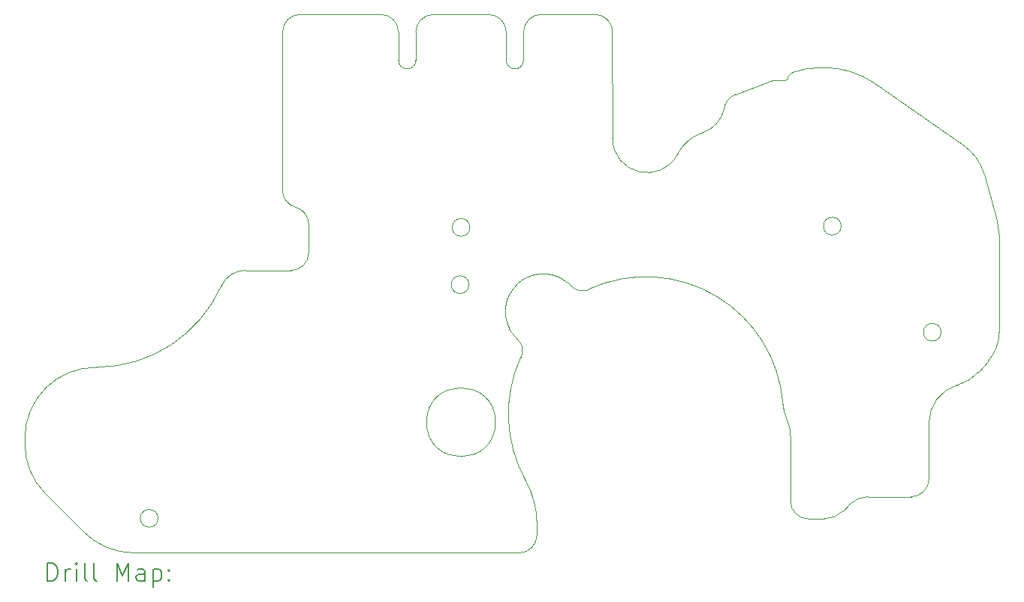
<source format=gbr>
%TF.GenerationSoftware,KiCad,Pcbnew,8.0.2*%
%TF.CreationDate,2025-05-18T15:38:27-07:00*%
%TF.ProjectId,PGS_Main_Board,5047535f-4d61-4696-9e5f-426f6172642e,rev?*%
%TF.SameCoordinates,Original*%
%TF.FileFunction,Drillmap*%
%TF.FilePolarity,Positive*%
%FSLAX45Y45*%
G04 Gerber Fmt 4.5, Leading zero omitted, Abs format (unit mm)*
G04 Created by KiCad (PCBNEW 8.0.2) date 2025-05-18 15:38:27*
%MOMM*%
%LPD*%
G01*
G04 APERTURE LIST*
%ADD10C,0.100000*%
%ADD11C,0.200000*%
G04 APERTURE END LIST*
D10*
X7686162Y-4973618D02*
X7687583Y-4975212D01*
X3390380Y-7416593D02*
G75*
G02*
X2824683Y-7182272I0J800013D01*
G01*
X5265379Y-1336134D02*
X6173240Y-1336134D01*
X8385900Y-4442821D02*
X8382541Y-4441564D01*
X7783564Y-1854650D02*
G75*
G02*
X7588564Y-1853457I-97504J0D01*
G01*
X2159000Y-6121400D02*
G75*
G02*
X2959000Y-5321400I800000J0D01*
G01*
X5360857Y-4026205D02*
X5360857Y-3708031D01*
X9521203Y-2912833D02*
G75*
G02*
X8787686Y-2734062I-344973J178773D01*
G01*
X11457601Y-6870832D02*
G75*
G02*
X11670862Y-6782963I212139J-212138D01*
G01*
X8382541Y-4441564D02*
X8372703Y-4437615D01*
X8363403Y-4433250D01*
X8353966Y-4428032D01*
X8347647Y-4423884D01*
X7666233Y-4950054D02*
X7667407Y-4951438D01*
X6568244Y-1854650D02*
G75*
G02*
X6373244Y-1853433I-97504J0D01*
G01*
X7388560Y-1336134D02*
G75*
G02*
X7588556Y-1536134I0J-199996D01*
G01*
X5213118Y-3513155D02*
G75*
G02*
X5065394Y-3322767I52262J193055D01*
G01*
X7616040Y-4507365D02*
X7621887Y-4495206D01*
X7628207Y-4483149D01*
X7634987Y-4471216D01*
X7642213Y-4459431D01*
X7649873Y-4447817D01*
X7657954Y-4436396D01*
X7666443Y-4425192D01*
X7675328Y-4414228D01*
X7684596Y-4403527D01*
X7694233Y-4393111D01*
X7700858Y-4386338D01*
X10737658Y-2075262D02*
X10746843Y-2070895D01*
X10750302Y-2068277D01*
X12154003Y-6782960D02*
X11670862Y-6782960D01*
X12978351Y-3139662D02*
X13125504Y-3661795D01*
X12355013Y-5948230D02*
X12355083Y-6582960D01*
X10045000Y-2409000D02*
G75*
G02*
X10172278Y-2239350I200070J-17530D01*
G01*
X13147995Y-3824530D02*
X13147996Y-4920450D01*
X2959000Y-5321400D02*
X2969618Y-5320835D01*
X11171209Y-7032960D02*
X10995480Y-7032960D01*
X5065379Y-1536134D02*
G75*
G02*
X5265379Y-1336134I200000J0D01*
G01*
X10751527Y-5902102D02*
X10752519Y-5904962D01*
X8265957Y-4352888D02*
X8268525Y-4354950D01*
X10995480Y-7032960D02*
G75*
G02*
X10795473Y-6834116I0J200010D01*
G01*
X5065394Y-3322767D02*
X5065379Y-1536134D01*
X12493134Y-4925334D02*
G75*
G02*
X12293134Y-4925334I-100000J0D01*
G01*
X12293134Y-4925334D02*
G75*
G02*
X12493134Y-4925334I100000J0D01*
G01*
X7734659Y-7416593D02*
X3390380Y-7416593D01*
X13147996Y-4920450D02*
G75*
G02*
X13023116Y-5251030I-499996J0D01*
G01*
X7666233Y-4950054D02*
X7659289Y-4940900D01*
X7652446Y-4931316D01*
X7645752Y-4921366D01*
X7640323Y-4912840D01*
X7635060Y-4904137D01*
X7630988Y-4897073D01*
X7807673Y-6600647D02*
G75*
G02*
X7751041Y-5208414I1355104J752390D01*
G01*
X11173242Y-1936529D02*
G75*
G02*
X11744343Y-2114308I2048J-999621D01*
G01*
X11365621Y-3726969D02*
G75*
G02*
X11165621Y-3726969I-100000J0D01*
G01*
X11165621Y-3726969D02*
G75*
G02*
X11365621Y-3726969I100000J0D01*
G01*
X12355013Y-5948230D02*
G75*
G02*
X12671401Y-5523818I444207J-1010D01*
G01*
X8518741Y-4438738D02*
X8508191Y-4442825D01*
X8496787Y-4446356D01*
X8486914Y-4448798D01*
X8476946Y-4450718D01*
X8465181Y-4452249D01*
X8457638Y-4452751D01*
X13125504Y-3661795D02*
G75*
G02*
X13147995Y-3824530I-577494J-162735D01*
G01*
X7686162Y-4973618D02*
X7679480Y-4966096D01*
X7672885Y-4958250D01*
X7667407Y-4951438D01*
X2393316Y-6750909D02*
X2824681Y-7182274D01*
X10751527Y-5902102D02*
G75*
G02*
X10708987Y-5736631I455643J205342D01*
G01*
X10795473Y-6834116D02*
X10795434Y-6107625D01*
X8314060Y-4396668D02*
X8312067Y-4395031D01*
X7702429Y-4384543D02*
X7712241Y-4375124D01*
X7722442Y-4365975D01*
X7733012Y-4357112D01*
X7743934Y-4348552D01*
X7755189Y-4340310D01*
X7766758Y-4332402D01*
X7778623Y-4324846D01*
X7790764Y-4317656D01*
X7803164Y-4310849D01*
X7815803Y-4304440D01*
X7824353Y-4300398D01*
X10761956Y-2048677D02*
X10764691Y-2038810D01*
X10768605Y-2029497D01*
X10771764Y-2024175D01*
X8060716Y-4265534D02*
X8063679Y-4266227D01*
X8063679Y-4266227D02*
X8077097Y-4268272D01*
X8090485Y-4270790D01*
X8103827Y-4273775D01*
X8117107Y-4277223D01*
X8130309Y-4281129D01*
X8143418Y-4285488D01*
X8156419Y-4290295D01*
X8169295Y-4295544D01*
X8182031Y-4301232D01*
X8194612Y-4307352D01*
X8207022Y-4313900D01*
X8219245Y-4320872D01*
X8231266Y-4328261D01*
X8243068Y-4336063D01*
X8254637Y-4344274D01*
X8265957Y-4352888D01*
X10790613Y-2003470D02*
X10799054Y-1997868D01*
X10808181Y-1993390D01*
X10808626Y-1993224D01*
X8782224Y-1489711D02*
X8787686Y-2734062D01*
X7629693Y-4894842D02*
X7630988Y-4897073D01*
X6173240Y-1336134D02*
G75*
G02*
X6373244Y-1537012I0J-200006D01*
G01*
X10808626Y-1993224D02*
G75*
G02*
X11137331Y-1936075I333264J-942956D01*
G01*
X2158999Y-6185217D02*
X2159000Y-6121400D01*
X3661914Y-7026416D02*
G75*
G02*
X3461914Y-7026416I-100000J0D01*
G01*
X3461914Y-7026416D02*
G75*
G02*
X3661914Y-7026416I100000J0D01*
G01*
X7807673Y-6600647D02*
X7808430Y-6602078D01*
X7751096Y-5055848D02*
X7755423Y-5066252D01*
X7759098Y-5076838D01*
X7762113Y-5087531D01*
X7764455Y-5098259D01*
X7766117Y-5108950D01*
X7767088Y-5119531D01*
X7767280Y-5123717D01*
X5213118Y-3513155D02*
G75*
G02*
X5360857Y-3708031I-52268J-193065D01*
G01*
X11457601Y-6870832D02*
X11383342Y-6945091D01*
X7767396Y-5125555D02*
X7767465Y-5136175D01*
X7766937Y-5146572D01*
X7765830Y-5156520D01*
X7764162Y-5165793D01*
X7588564Y-1536134D02*
X7588564Y-1853457D01*
X4644748Y-4226243D02*
X5160858Y-4226206D01*
X7708237Y-4996322D02*
X7709551Y-4997548D01*
X7467097Y-5941206D02*
G75*
G02*
X6689710Y-5941206I-388693J0D01*
G01*
X6689710Y-5941206D02*
G75*
G02*
X7467097Y-5941206I388693J0D01*
G01*
X10771764Y-2024175D02*
X10777764Y-2016014D01*
X10784688Y-2008480D01*
X10790613Y-2003470D01*
X7751684Y-5206492D02*
X7751041Y-5208414D01*
X8522920Y-4436491D02*
G75*
G02*
X10708539Y-5733713I639857J-1411765D01*
G01*
X7168080Y-4387829D02*
G75*
G02*
X6968080Y-4387829I-100000J0D01*
G01*
X6968080Y-4387829D02*
G75*
G02*
X7168080Y-4387829I100000J0D01*
G01*
X2393316Y-6750909D02*
G75*
G02*
X2159001Y-6185217I565694J565689D01*
G01*
X12355083Y-6582960D02*
G75*
G02*
X12154003Y-6782960I-200003J0D01*
G01*
X10545208Y-2095215D02*
X10555541Y-2091436D01*
X10566014Y-2088081D01*
X10576614Y-2085153D01*
X10587326Y-2082657D01*
X10593493Y-2081426D01*
X7579701Y-4743885D02*
X7577949Y-4729211D01*
X7576734Y-4714452D01*
X7576052Y-4699629D01*
X7575903Y-4684760D01*
X7576284Y-4669865D01*
X7577193Y-4654964D01*
X7578628Y-4640075D01*
X7580588Y-4625219D01*
X7583070Y-4610413D01*
X7586073Y-4595678D01*
X7589595Y-4581033D01*
X7593634Y-4566498D01*
X7598187Y-4552091D01*
X7603253Y-4537831D01*
X7608831Y-4523739D01*
X7614918Y-4509834D01*
X9523057Y-2908887D02*
X9521203Y-2912833D01*
X7708237Y-4996322D02*
X7700811Y-4989072D01*
X7693575Y-4981638D01*
X7687583Y-4975212D01*
X7702429Y-4384543D02*
X7700858Y-4386338D01*
X4373637Y-4403589D02*
X4375716Y-4400325D01*
X10750302Y-2068277D02*
X10756986Y-2060751D01*
X10759308Y-2056999D01*
X10593493Y-2081426D02*
X10604346Y-2079617D01*
X10615259Y-2078251D01*
X10626216Y-2077328D01*
X10637205Y-2076850D01*
X10643493Y-2076777D01*
X12746263Y-2815363D02*
G75*
G02*
X12978351Y-3139662I-344143J-491487D01*
G01*
X9781120Y-2677775D02*
X9807052Y-2669095D01*
X7709551Y-4997548D02*
X7717505Y-5005531D01*
X7724926Y-5013935D01*
X7731779Y-5022702D01*
X7738030Y-5031774D01*
X7743644Y-5041093D01*
X7748586Y-5050601D01*
X7750366Y-5054445D01*
X7616040Y-4507365D02*
X7614918Y-4509834D01*
X7984050Y-1336134D02*
X8587690Y-1336134D01*
X7934659Y-7088414D02*
X7934659Y-7216590D01*
X6568244Y-1536130D02*
G75*
G02*
X6768240Y-1336134I199996J0D01*
G01*
X10727353Y-2076777D02*
X10737280Y-2075436D01*
X10737658Y-2075262D01*
X8347647Y-4423884D02*
X8344613Y-4422372D01*
X7750366Y-5054445D02*
X7751096Y-5055848D01*
X12678170Y-5521922D02*
X12671401Y-5523818D01*
X8344613Y-4422372D02*
X8335927Y-4416275D01*
X8327802Y-4409844D01*
X8319588Y-4402425D01*
X8314060Y-4396668D01*
X10752519Y-5904962D02*
G75*
G02*
X10795434Y-6107625I-457049J-202658D01*
G01*
X7763994Y-5167925D02*
X7761637Y-5178282D01*
X7758752Y-5188298D01*
X7755411Y-5197770D01*
X7751684Y-5206492D01*
X10759308Y-2056999D02*
X10761956Y-2048677D01*
X10045000Y-2409000D02*
G75*
G02*
X9807052Y-2669095I-352670J83750D01*
G01*
X11383342Y-6945091D02*
G75*
G02*
X11171209Y-7032960I-212132J212131D01*
G01*
X10708538Y-5733713D02*
X10708987Y-5736631D01*
X11137331Y-1936075D02*
X11173242Y-1936529D01*
X4375716Y-4400325D02*
G75*
G02*
X4644748Y-4226243I272294J-125885D01*
G01*
X6768240Y-1336134D02*
X7388560Y-1336134D01*
X7934659Y-7216590D02*
G75*
G02*
X7734659Y-7416589I-199999J0D01*
G01*
X8457638Y-4452751D02*
X8453230Y-4452869D01*
X7827233Y-4299119D02*
X7840632Y-4293257D01*
X7854284Y-4287877D01*
X7868170Y-4282983D01*
X7882268Y-4278580D01*
X7896559Y-4274671D01*
X7911023Y-4271260D01*
X7925639Y-4268353D01*
X7940387Y-4265953D01*
X7955247Y-4264064D01*
X7970200Y-4262692D01*
X7985224Y-4261840D01*
X8000300Y-4261512D01*
X8015407Y-4261713D01*
X8030526Y-4262448D01*
X8045635Y-4263720D01*
X8060716Y-4265534D01*
X7824353Y-4300398D02*
X7827233Y-4299119D01*
X7178404Y-3741206D02*
G75*
G02*
X6978404Y-3741206I-100000J0D01*
G01*
X6978404Y-3741206D02*
G75*
G02*
X7178404Y-3741206I100000J0D01*
G01*
X11744343Y-2114308D02*
X12746263Y-2815363D01*
X12917023Y-5371427D02*
G75*
G02*
X12678169Y-5521921I-375123J330577D01*
G01*
X4373637Y-4403589D02*
G75*
G02*
X2969618Y-5320835I-1414637J632190D01*
G01*
X7579701Y-4743885D02*
X7580053Y-4746197D01*
X12917023Y-5371427D02*
X13023116Y-5251030D01*
X9523057Y-2908887D02*
G75*
G02*
X9781120Y-2677775I442084J-234003D01*
G01*
X7629693Y-4894842D02*
X7622869Y-4882180D01*
X7616461Y-4869184D01*
X7610482Y-4855877D01*
X7604941Y-4842285D01*
X7599851Y-4828432D01*
X7595222Y-4814342D01*
X7591066Y-4800042D01*
X7587394Y-4785554D01*
X7584217Y-4770905D01*
X7582380Y-4761061D01*
X7580771Y-4751163D01*
X7580053Y-4746197D01*
X7783564Y-1536130D02*
G75*
G02*
X7984050Y-1336134I199996J0D01*
G01*
X8453230Y-4452869D02*
X8441968Y-4452937D01*
X8430822Y-4452350D01*
X8419901Y-4451139D01*
X8409312Y-4449340D01*
X8399164Y-4446985D01*
X8389563Y-4444109D01*
X8385900Y-4442821D01*
X6373244Y-1537012D02*
X6373244Y-1853433D01*
X8522920Y-4436491D02*
X8518741Y-4438738D01*
X10643493Y-2076777D02*
X10727353Y-2076777D01*
X7764162Y-5165793D02*
X7763994Y-5167925D01*
X7783564Y-1854650D02*
X7783564Y-1536130D01*
X10172278Y-2239350D02*
X10545208Y-2095215D01*
X7767280Y-5123717D02*
X7767396Y-5125555D01*
X8587690Y-1336134D02*
G75*
G02*
X8782224Y-1489711I0J-199996D01*
G01*
X5360857Y-4026205D02*
G75*
G02*
X5160858Y-4226206I-200001J0D01*
G01*
X6568244Y-1854650D02*
X6568244Y-1536130D01*
X8268525Y-4354950D02*
X8276480Y-4361404D01*
X8284648Y-4368444D01*
X8292925Y-4375984D01*
X8301205Y-4383937D01*
X8309382Y-4392215D01*
X8312067Y-4395031D01*
X7808430Y-6602078D02*
G75*
G02*
X7934657Y-7088414I-873770J-486332D01*
G01*
D11*
X2414775Y-7733077D02*
X2414775Y-7533077D01*
X2414775Y-7533077D02*
X2462394Y-7533077D01*
X2462394Y-7533077D02*
X2490966Y-7542601D01*
X2490966Y-7542601D02*
X2510014Y-7561648D01*
X2510014Y-7561648D02*
X2519537Y-7580696D01*
X2519537Y-7580696D02*
X2529061Y-7618791D01*
X2529061Y-7618791D02*
X2529061Y-7647363D01*
X2529061Y-7647363D02*
X2519537Y-7685458D01*
X2519537Y-7685458D02*
X2510014Y-7704505D01*
X2510014Y-7704505D02*
X2490966Y-7723553D01*
X2490966Y-7723553D02*
X2462394Y-7733077D01*
X2462394Y-7733077D02*
X2414775Y-7733077D01*
X2614775Y-7733077D02*
X2614775Y-7599744D01*
X2614775Y-7637839D02*
X2624299Y-7618791D01*
X2624299Y-7618791D02*
X2633823Y-7609267D01*
X2633823Y-7609267D02*
X2652871Y-7599744D01*
X2652871Y-7599744D02*
X2671918Y-7599744D01*
X2738585Y-7733077D02*
X2738585Y-7599744D01*
X2738585Y-7533077D02*
X2729061Y-7542601D01*
X2729061Y-7542601D02*
X2738585Y-7552125D01*
X2738585Y-7552125D02*
X2748109Y-7542601D01*
X2748109Y-7542601D02*
X2738585Y-7533077D01*
X2738585Y-7533077D02*
X2738585Y-7552125D01*
X2862394Y-7733077D02*
X2843347Y-7723553D01*
X2843347Y-7723553D02*
X2833823Y-7704505D01*
X2833823Y-7704505D02*
X2833823Y-7533077D01*
X2967156Y-7733077D02*
X2948109Y-7723553D01*
X2948109Y-7723553D02*
X2938585Y-7704505D01*
X2938585Y-7704505D02*
X2938585Y-7533077D01*
X3195728Y-7733077D02*
X3195728Y-7533077D01*
X3195728Y-7533077D02*
X3262394Y-7675934D01*
X3262394Y-7675934D02*
X3329061Y-7533077D01*
X3329061Y-7533077D02*
X3329061Y-7733077D01*
X3510013Y-7733077D02*
X3510013Y-7628315D01*
X3510013Y-7628315D02*
X3500490Y-7609267D01*
X3500490Y-7609267D02*
X3481442Y-7599744D01*
X3481442Y-7599744D02*
X3443347Y-7599744D01*
X3443347Y-7599744D02*
X3424299Y-7609267D01*
X3510013Y-7723553D02*
X3490966Y-7733077D01*
X3490966Y-7733077D02*
X3443347Y-7733077D01*
X3443347Y-7733077D02*
X3424299Y-7723553D01*
X3424299Y-7723553D02*
X3414775Y-7704505D01*
X3414775Y-7704505D02*
X3414775Y-7685458D01*
X3414775Y-7685458D02*
X3424299Y-7666410D01*
X3424299Y-7666410D02*
X3443347Y-7656886D01*
X3443347Y-7656886D02*
X3490966Y-7656886D01*
X3490966Y-7656886D02*
X3510013Y-7647363D01*
X3605252Y-7599744D02*
X3605252Y-7799744D01*
X3605252Y-7609267D02*
X3624299Y-7599744D01*
X3624299Y-7599744D02*
X3662394Y-7599744D01*
X3662394Y-7599744D02*
X3681442Y-7609267D01*
X3681442Y-7609267D02*
X3690966Y-7618791D01*
X3690966Y-7618791D02*
X3700490Y-7637839D01*
X3700490Y-7637839D02*
X3700490Y-7694982D01*
X3700490Y-7694982D02*
X3690966Y-7714029D01*
X3690966Y-7714029D02*
X3681442Y-7723553D01*
X3681442Y-7723553D02*
X3662394Y-7733077D01*
X3662394Y-7733077D02*
X3624299Y-7733077D01*
X3624299Y-7733077D02*
X3605252Y-7723553D01*
X3786204Y-7714029D02*
X3795728Y-7723553D01*
X3795728Y-7723553D02*
X3786204Y-7733077D01*
X3786204Y-7733077D02*
X3776680Y-7723553D01*
X3776680Y-7723553D02*
X3786204Y-7714029D01*
X3786204Y-7714029D02*
X3786204Y-7733077D01*
X3786204Y-7609267D02*
X3795728Y-7618791D01*
X3795728Y-7618791D02*
X3786204Y-7628315D01*
X3786204Y-7628315D02*
X3776680Y-7618791D01*
X3776680Y-7618791D02*
X3786204Y-7609267D01*
X3786204Y-7609267D02*
X3786204Y-7628315D01*
M02*

</source>
